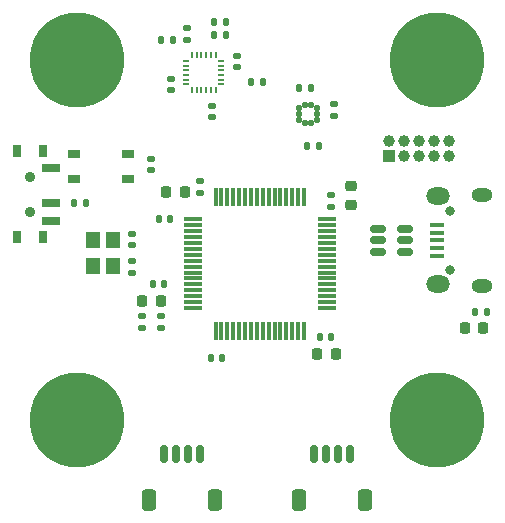
<source format=gbr>
%TF.GenerationSoftware,KiCad,Pcbnew,9.0.1*%
%TF.CreationDate,2025-06-12T22:27:34-04:00*%
%TF.ProjectId,STM32_FlightController,53544d33-325f-4466-9c69-676874436f6e,rev?*%
%TF.SameCoordinates,Original*%
%TF.FileFunction,Soldermask,Top*%
%TF.FilePolarity,Negative*%
%FSLAX46Y46*%
G04 Gerber Fmt 4.6, Leading zero omitted, Abs format (unit mm)*
G04 Created by KiCad (PCBNEW 9.0.1) date 2025-06-12 22:27:34*
%MOMM*%
%LPD*%
G01*
G04 APERTURE LIST*
G04 Aperture macros list*
%AMRoundRect*
0 Rectangle with rounded corners*
0 $1 Rounding radius*
0 $2 $3 $4 $5 $6 $7 $8 $9 X,Y pos of 4 corners*
0 Add a 4 corners polygon primitive as box body*
4,1,4,$2,$3,$4,$5,$6,$7,$8,$9,$2,$3,0*
0 Add four circle primitives for the rounded corners*
1,1,$1+$1,$2,$3*
1,1,$1+$1,$4,$5*
1,1,$1+$1,$6,$7*
1,1,$1+$1,$8,$9*
0 Add four rect primitives between the rounded corners*
20,1,$1+$1,$2,$3,$4,$5,0*
20,1,$1+$1,$4,$5,$6,$7,0*
20,1,$1+$1,$6,$7,$8,$9,0*
20,1,$1+$1,$8,$9,$2,$3,0*%
G04 Aperture macros list end*
%ADD10RoundRect,0.135000X-0.185000X0.135000X-0.185000X-0.135000X0.185000X-0.135000X0.185000X0.135000X0*%
%ADD11RoundRect,0.135000X-0.135000X-0.185000X0.135000X-0.185000X0.135000X0.185000X-0.135000X0.185000X0*%
%ADD12RoundRect,0.150000X-0.150000X-0.625000X0.150000X-0.625000X0.150000X0.625000X-0.150000X0.625000X0*%
%ADD13RoundRect,0.250000X-0.350000X-0.650000X0.350000X-0.650000X0.350000X0.650000X-0.350000X0.650000X0*%
%ADD14O,0.800000X0.800000*%
%ADD15R,1.300000X0.450000*%
%ADD16O,1.800000X1.150000*%
%ADD17O,2.000000X1.450000*%
%ADD18RoundRect,0.140000X-0.140000X-0.170000X0.140000X-0.170000X0.140000X0.170000X-0.140000X0.170000X0*%
%ADD19RoundRect,0.135000X0.135000X0.185000X-0.135000X0.185000X-0.135000X-0.185000X0.135000X-0.185000X0*%
%ADD20R,0.800000X1.000000*%
%ADD21C,0.900000*%
%ADD22R,1.500000X0.700000*%
%ADD23RoundRect,0.140000X0.170000X-0.140000X0.170000X0.140000X-0.170000X0.140000X-0.170000X-0.140000X0*%
%ADD24RoundRect,0.050000X-0.225000X-0.050000X0.225000X-0.050000X0.225000X0.050000X-0.225000X0.050000X0*%
%ADD25RoundRect,0.050000X0.050000X-0.225000X0.050000X0.225000X-0.050000X0.225000X-0.050000X-0.225000X0*%
%ADD26RoundRect,0.218750X0.218750X0.256250X-0.218750X0.256250X-0.218750X-0.256250X0.218750X-0.256250X0*%
%ADD27RoundRect,0.140000X-0.170000X0.140000X-0.170000X-0.140000X0.170000X-0.140000X0.170000X0.140000X0*%
%ADD28RoundRect,0.225000X0.250000X-0.225000X0.250000X0.225000X-0.250000X0.225000X-0.250000X-0.225000X0*%
%ADD29RoundRect,0.140000X0.140000X0.170000X-0.140000X0.170000X-0.140000X-0.170000X0.140000X-0.170000X0*%
%ADD30RoundRect,0.102000X-0.125000X-0.137500X0.125000X-0.137500X0.125000X0.137500X-0.125000X0.137500X0*%
%ADD31RoundRect,0.102000X-0.137500X-0.125000X0.137500X-0.125000X0.137500X0.125000X-0.137500X0.125000X0*%
%ADD32RoundRect,0.075000X-0.700000X-0.075000X0.700000X-0.075000X0.700000X0.075000X-0.700000X0.075000X0*%
%ADD33RoundRect,0.075000X-0.075000X-0.700000X0.075000X-0.700000X0.075000X0.700000X-0.075000X0.700000X0*%
%ADD34RoundRect,0.225000X0.225000X0.250000X-0.225000X0.250000X-0.225000X-0.250000X0.225000X-0.250000X0*%
%ADD35R,0.990600X0.711200*%
%ADD36C,8.000000*%
%ADD37R,1.200000X1.400000*%
%ADD38RoundRect,0.225000X-0.225000X-0.250000X0.225000X-0.250000X0.225000X0.250000X-0.225000X0.250000X0*%
%ADD39RoundRect,0.150000X0.512500X0.150000X-0.512500X0.150000X-0.512500X-0.150000X0.512500X-0.150000X0*%
%ADD40R,1.000000X1.000000*%
%ADD41C,1.000000*%
G04 APERTURE END LIST*
D10*
%TO.C,R1*%
X29862500Y-17477500D03*
X29862500Y-18497500D03*
%TD*%
D11*
%TO.C,R10*%
X20252500Y-32287500D03*
X21272500Y-32287500D03*
%TD*%
D12*
%TO.C,J4*%
X40612500Y-53587500D03*
X41612500Y-53587500D03*
X42612500Y-53587500D03*
X43612500Y-53587500D03*
D13*
X39312500Y-57462500D03*
X44912500Y-57462500D03*
%TD*%
D14*
%TO.C,J1*%
X52107500Y-37987500D03*
X52107500Y-32987500D03*
D15*
X51007500Y-36787500D03*
X51007500Y-36137500D03*
X51007500Y-35487500D03*
X51007500Y-34837500D03*
X51007500Y-34187500D03*
D16*
X54857500Y-39362500D03*
D17*
X51057500Y-39212500D03*
X51057500Y-31762500D03*
D16*
X54857500Y-31612500D03*
%TD*%
D18*
%TO.C,C4*%
X41082500Y-43687500D03*
X42042500Y-43687500D03*
%TD*%
D19*
%TO.C,R9*%
X55232500Y-41537500D03*
X54212500Y-41537500D03*
%TD*%
D20*
%TO.C,SW2*%
X17642500Y-27937500D03*
X15432500Y-27937500D03*
D21*
X16532500Y-30087500D03*
X16532500Y-33087500D03*
D20*
X17642500Y-35237500D03*
X15432500Y-35237500D03*
D22*
X18292500Y-29337500D03*
X18292500Y-32337500D03*
X18292500Y-33837500D03*
%TD*%
D23*
%TO.C,C10*%
X28462500Y-22767500D03*
X28462500Y-21807500D03*
%TD*%
D18*
%TO.C,C8*%
X26940000Y-39187500D03*
X27900000Y-39187500D03*
%TD*%
D24*
%TO.C,U2*%
X29762500Y-20287500D03*
X29762500Y-20687500D03*
X29762500Y-21087500D03*
X29762500Y-21487500D03*
X29762500Y-21887500D03*
X29762500Y-22287500D03*
D25*
X30262500Y-22787500D03*
X30662500Y-22787500D03*
X31062500Y-22787500D03*
X31462500Y-22787500D03*
X31862500Y-22787500D03*
X32262500Y-22787500D03*
D24*
X32762500Y-22287500D03*
X32762500Y-21887500D03*
X32762500Y-21487500D03*
X32762500Y-21087500D03*
X32762500Y-20687500D03*
X32762500Y-20287500D03*
D25*
X32262500Y-19787500D03*
X31862500Y-19787500D03*
X31462500Y-19787500D03*
X31062500Y-19787500D03*
X30662500Y-19787500D03*
X30262500Y-19787500D03*
%TD*%
D26*
%TO.C,FB1*%
X27650000Y-40587500D03*
X26075000Y-40587500D03*
%TD*%
D27*
%TO.C,C7*%
X27650000Y-41912500D03*
X27650000Y-42872500D03*
%TD*%
D28*
%TO.C,C14*%
X43762500Y-32462500D03*
X43762500Y-30912500D03*
%TD*%
D27*
%TO.C,C23*%
X26812500Y-28557500D03*
X26812500Y-29517500D03*
%TD*%
D29*
%TO.C,C15*%
X40312500Y-22562500D03*
X39352500Y-22562500D03*
%TD*%
D11*
%TO.C,R8*%
X40042500Y-27512500D03*
X41062500Y-27512500D03*
%TD*%
D12*
%TO.C,J3*%
X27912500Y-53587500D03*
X28912500Y-53587500D03*
X29912500Y-53587500D03*
X30912500Y-53587500D03*
D13*
X26612500Y-57462500D03*
X32212500Y-57462500D03*
%TD*%
D23*
%TO.C,C11*%
X34062500Y-20847500D03*
X34062500Y-19887500D03*
%TD*%
D30*
%TO.C,U7*%
X40312500Y-24025000D03*
X39812500Y-24025000D03*
D31*
X39300000Y-24287500D03*
X39300000Y-24787500D03*
X39300000Y-25287500D03*
D30*
X39812500Y-25550000D03*
X40312500Y-25550000D03*
D31*
X40825000Y-25287500D03*
X40825000Y-24787500D03*
X40825000Y-24287500D03*
%TD*%
D19*
%TO.C,R2*%
X28672500Y-18487500D03*
X27652500Y-18487500D03*
%TD*%
D32*
%TO.C,U3*%
X30337500Y-33712500D03*
X30337500Y-34212500D03*
X30337500Y-34712500D03*
X30337500Y-35212500D03*
X30337500Y-35712500D03*
X30337500Y-36212500D03*
X30337500Y-36712500D03*
X30337500Y-37212500D03*
X30337500Y-37712500D03*
X30337500Y-38212500D03*
X30337500Y-38712500D03*
X30337500Y-39212500D03*
X30337500Y-39712500D03*
X30337500Y-40212500D03*
X30337500Y-40712500D03*
X30337500Y-41212500D03*
D33*
X32262500Y-43137500D03*
X32762500Y-43137500D03*
X33262500Y-43137500D03*
X33762500Y-43137500D03*
X34262500Y-43137500D03*
X34762500Y-43137500D03*
X35262500Y-43137500D03*
X35762500Y-43137500D03*
X36262500Y-43137500D03*
X36762500Y-43137500D03*
X37262500Y-43137500D03*
X37762500Y-43137500D03*
X38262500Y-43137500D03*
X38762500Y-43137500D03*
X39262500Y-43137500D03*
X39762500Y-43137500D03*
D32*
X41687500Y-41212500D03*
X41687500Y-40712500D03*
X41687500Y-40212500D03*
X41687500Y-39712500D03*
X41687500Y-39212500D03*
X41687500Y-38712500D03*
X41687500Y-38212500D03*
X41687500Y-37712500D03*
X41687500Y-37212500D03*
X41687500Y-36712500D03*
X41687500Y-36212500D03*
X41687500Y-35712500D03*
X41687500Y-35212500D03*
X41687500Y-34712500D03*
X41687500Y-34212500D03*
X41687500Y-33712500D03*
D33*
X39762500Y-31787500D03*
X39262500Y-31787500D03*
X38762500Y-31787500D03*
X38262500Y-31787500D03*
X37762500Y-31787500D03*
X37262500Y-31787500D03*
X36762500Y-31787500D03*
X36262500Y-31787500D03*
X35762500Y-31787500D03*
X35262500Y-31787500D03*
X34762500Y-31787500D03*
X34262500Y-31787500D03*
X33762500Y-31787500D03*
X33262500Y-31787500D03*
X32762500Y-31787500D03*
X32262500Y-31787500D03*
%TD*%
D23*
%TO.C,C2*%
X30962500Y-31442500D03*
X30962500Y-30482500D03*
%TD*%
D27*
%TO.C,C12*%
X31987500Y-24107500D03*
X31987500Y-25067500D03*
%TD*%
D34*
%TO.C,C1*%
X29637500Y-31362500D03*
X28087500Y-31362500D03*
%TD*%
D29*
%TO.C,C5*%
X32817500Y-45437500D03*
X31857500Y-45437500D03*
%TD*%
D26*
%TO.C,D2*%
X54950000Y-42887500D03*
X53375000Y-42887500D03*
%TD*%
D29*
%TO.C,C9*%
X28412500Y-33662500D03*
X27452500Y-33662500D03*
%TD*%
D11*
%TO.C,R7*%
X32132500Y-18087500D03*
X33152500Y-18087500D03*
%TD*%
D23*
%TO.C,C3*%
X42012500Y-32622500D03*
X42012500Y-31662500D03*
%TD*%
D35*
%TO.C,SW1*%
X20312499Y-28137501D03*
X24812501Y-28137501D03*
X20312499Y-30287499D03*
X24812501Y-30287499D03*
%TD*%
D36*
%TO.C,H1*%
X20512500Y-20212500D03*
%TD*%
D27*
%TO.C,C6*%
X26062500Y-41912500D03*
X26062500Y-42872500D03*
%TD*%
%TO.C,C22*%
X25212500Y-37252500D03*
X25212500Y-38212500D03*
%TD*%
D36*
%TO.C,H3*%
X20512500Y-50712500D03*
%TD*%
D23*
%TO.C,C21*%
X25212500Y-35892500D03*
X25212500Y-34932500D03*
%TD*%
D37*
%TO.C,Y1*%
X21887500Y-35462500D03*
X21887500Y-37662500D03*
X23587500Y-37662500D03*
X23587500Y-35462500D03*
%TD*%
D19*
%TO.C,R6*%
X33152500Y-16987500D03*
X32132500Y-16987500D03*
%TD*%
D36*
%TO.C,H4*%
X51012500Y-50712500D03*
%TD*%
D38*
%TO.C,C13*%
X40887500Y-45112500D03*
X42437500Y-45112500D03*
%TD*%
D19*
%TO.C,R5*%
X36322500Y-22112500D03*
X35302500Y-22112500D03*
%TD*%
D36*
%TO.C,H2*%
X51012500Y-20212500D03*
%TD*%
D39*
%TO.C,U4*%
X48262500Y-36437500D03*
X48262500Y-35487500D03*
X48262500Y-34537500D03*
X45987500Y-34537500D03*
X45987500Y-35487500D03*
X45987500Y-36437500D03*
%TD*%
D27*
%TO.C,C16*%
X42262500Y-23982500D03*
X42262500Y-24942500D03*
%TD*%
D40*
%TO.C,J5*%
X46937500Y-28357500D03*
D41*
X46937500Y-27087500D03*
X48207500Y-28357500D03*
X48207500Y-27087500D03*
X49477500Y-28357500D03*
X49477500Y-27087500D03*
X50747500Y-28357500D03*
X50747500Y-27087500D03*
X52017500Y-28357500D03*
X52017500Y-27087500D03*
%TD*%
M02*

</source>
